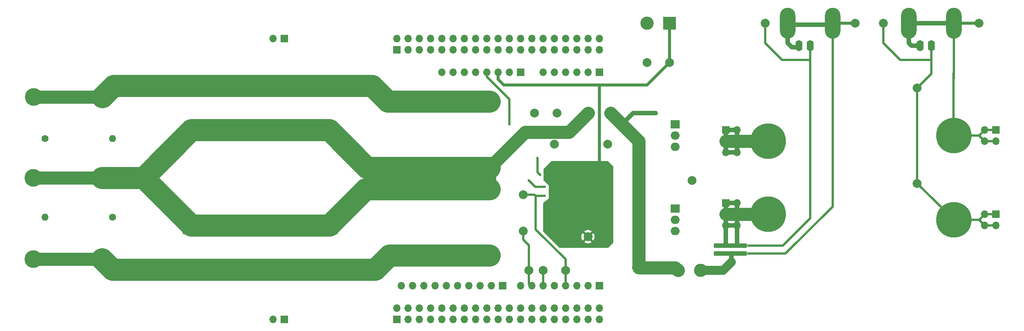
<source format=gbr>
%TF.GenerationSoftware,KiCad,Pcbnew,8.0.8*%
%TF.CreationDate,2025-01-31T18:41:33-06:00*%
%TF.ProjectId,ST2402,53543234-3032-42e6-9b69-6361645f7063,0*%
%TF.SameCoordinates,Original*%
%TF.FileFunction,Copper,L2,Bot*%
%TF.FilePolarity,Positive*%
%FSLAX46Y46*%
G04 Gerber Fmt 4.6, Leading zero omitted, Abs format (unit mm)*
G04 Created by KiCad (PCBNEW 8.0.8) date 2025-01-31 18:41:33*
%MOMM*%
%LPD*%
G01*
G04 APERTURE LIST*
G04 Aperture macros list*
%AMRoundRect*
0 Rectangle with rounded corners*
0 $1 Rounding radius*
0 $2 $3 $4 $5 $6 $7 $8 $9 X,Y pos of 4 corners*
0 Add a 4 corners polygon primitive as box body*
4,1,4,$2,$3,$4,$5,$6,$7,$8,$9,$2,$3,0*
0 Add four circle primitives for the rounded corners*
1,1,$1+$1,$2,$3*
1,1,$1+$1,$4,$5*
1,1,$1+$1,$6,$7*
1,1,$1+$1,$8,$9*
0 Add four rect primitives between the rounded corners*
20,1,$1+$1,$2,$3,$4,$5,0*
20,1,$1+$1,$4,$5,$6,$7,0*
20,1,$1+$1,$6,$7,$8,$9,0*
20,1,$1+$1,$8,$9,$2,$3,0*%
G04 Aperture macros list end*
%TA.AperFunction,ComponentPad*%
%ADD10C,2.000000*%
%TD*%
%TA.AperFunction,ComponentPad*%
%ADD11R,1.700000X1.700000*%
%TD*%
%TA.AperFunction,ComponentPad*%
%ADD12O,1.700000X1.700000*%
%TD*%
%TA.AperFunction,ComponentPad*%
%ADD13C,2.400000*%
%TD*%
%TA.AperFunction,ComponentPad*%
%ADD14R,2.000000X1.905000*%
%TD*%
%TA.AperFunction,ComponentPad*%
%ADD15O,2.000000X1.905000*%
%TD*%
%TA.AperFunction,ComponentPad*%
%ADD16C,8.000000*%
%TD*%
%TA.AperFunction,ComponentPad*%
%ADD17C,3.000000*%
%TD*%
%TA.AperFunction,ComponentPad*%
%ADD18R,3.000000X3.000000*%
%TD*%
%TA.AperFunction,ComponentPad*%
%ADD19O,3.500000X7.000000*%
%TD*%
%TA.AperFunction,ComponentPad*%
%ADD20O,1.600000X2.500000*%
%TD*%
%TA.AperFunction,ComponentPad*%
%ADD21C,1.600000*%
%TD*%
%TA.AperFunction,ComponentPad*%
%ADD22O,1.600000X1.600000*%
%TD*%
%TA.AperFunction,ComponentPad*%
%ADD23R,4.000000X4.000000*%
%TD*%
%TA.AperFunction,ComponentPad*%
%ADD24C,4.000000*%
%TD*%
%TA.AperFunction,SMDPad,CuDef*%
%ADD25RoundRect,0.250000X0.450000X-0.262500X0.450000X0.262500X-0.450000X0.262500X-0.450000X-0.262500X0*%
%TD*%
%TA.AperFunction,ViaPad*%
%ADD26C,0.600000*%
%TD*%
%TA.AperFunction,ViaPad*%
%ADD27C,2.000000*%
%TD*%
%TA.AperFunction,Conductor*%
%ADD28C,0.500000*%
%TD*%
%TA.AperFunction,Conductor*%
%ADD29C,0.700000*%
%TD*%
%TA.AperFunction,Conductor*%
%ADD30C,5.000000*%
%TD*%
%TA.AperFunction,Conductor*%
%ADD31C,0.400000*%
%TD*%
%TA.AperFunction,Conductor*%
%ADD32C,3.000000*%
%TD*%
%TA.AperFunction,Conductor*%
%ADD33C,1.000000*%
%TD*%
%TA.AperFunction,Conductor*%
%ADD34C,2.000000*%
%TD*%
G04 APERTURE END LIST*
D10*
%TO.P,F2,1*%
%TO.N,FIX_B*%
X165735000Y-82550000D03*
%TO.P,F2,2*%
%TO.N,Net-(J16-Pin_1)*%
X160655000Y-82540000D03*
%TD*%
D11*
%TO.P,J11,1,Pin_1*%
%TO.N,Net-(J11-Pin_1)*%
X252750000Y-105430000D03*
D12*
%TO.P,J11,2,Pin_2*%
X250210000Y-105430000D03*
%TO.P,J11,3,Pin_3*%
X252750000Y-107970000D03*
%TO.P,J11,4,Pin_4*%
X250210000Y-107970000D03*
%TD*%
D13*
%TO.P,C16,1*%
%TO.N,Net-(J15-Pin_1)*%
X138430000Y-79890000D03*
%TO.P,C16,2*%
%TO.N,Net-(J16-Pin_1)*%
X138430000Y-94890000D03*
%TD*%
D10*
%TO.P,TP3,1,1*%
%TO.N,PWM*%
X147320000Y-118110000D03*
%TD*%
D14*
%TO.P,Q1,1,G*%
%TO.N,Net-(D1-A)*%
X180340000Y-85090000D03*
D15*
%TO.P,Q1,2,D*%
%TO.N,Net-(Q1-D)*%
X180340000Y-87630000D03*
%TO.P,Q1,3,S*%
%TO.N,FIX_A*%
X180340000Y-90170000D03*
%TD*%
D11*
%TO.P,J22,1,Pin_1*%
%TO.N,Net-(J19-In)*%
X191765000Y-102885000D03*
D12*
%TO.P,J22,2,Pin_2*%
X194305000Y-102885000D03*
%TO.P,J22,3,Pin_3*%
X191765000Y-105425000D03*
%TO.P,J22,4,Pin_4*%
X194305000Y-105425000D03*
%TO.P,J22,5,Pin_5*%
X191765000Y-107965000D03*
%TO.P,J22,6,Pin_6*%
X194305000Y-107965000D03*
%TD*%
D11*
%TO.P,J2,1,Pin_1*%
%TO.N,unconnected-(J2-Pin_1-Pad1)*%
X117475000Y-68275000D03*
D12*
%TO.P,J2,2,Pin_2*%
%TO.N,unconnected-(J2-Pin_2-Pad2)*%
X117475000Y-65735000D03*
%TO.P,J2,3,Pin_3*%
%TO.N,unconnected-(J2-Pin_3-Pad3)*%
X120015000Y-68275000D03*
%TO.P,J2,4,Pin_4*%
%TO.N,unconnected-(J2-Pin_4-Pad4)*%
X120015000Y-65735000D03*
%TO.P,J2,5,Pin_5*%
%TO.N,unconnected-(J2-Pin_5-Pad5)*%
X122555000Y-68275000D03*
%TO.P,J2,6,Pin_6*%
%TO.N,unconnected-(J2-Pin_6-Pad6)*%
X122555000Y-65735000D03*
%TO.P,J2,7,Pin_7*%
%TO.N,unconnected-(J2-Pin_7-Pad7)*%
X125095000Y-68275000D03*
%TO.P,J2,8,Pin_8*%
%TO.N,unconnected-(J2-Pin_8-Pad8)*%
X125095000Y-65735000D03*
%TO.P,J2,9,Pin_9*%
%TO.N,unconnected-(J2-Pin_9-Pad9)*%
X127635000Y-68275000D03*
%TO.P,J2,10,Pin_10*%
%TO.N,unconnected-(J2-Pin_10-Pad10)*%
X127635000Y-65735000D03*
%TO.P,J2,11,Pin_11*%
%TO.N,unconnected-(J2-Pin_11-Pad11)*%
X130175000Y-68275000D03*
%TO.P,J2,12,Pin_12*%
%TO.N,unconnected-(J2-Pin_12-Pad12)*%
X130175000Y-65735000D03*
%TO.P,J2,13,Pin_13*%
%TO.N,unconnected-(J2-Pin_13-Pad13)*%
X132715000Y-68275000D03*
%TO.P,J2,14,Pin_14*%
%TO.N,unconnected-(J2-Pin_14-Pad14)*%
X132715000Y-65735000D03*
%TO.P,J2,15,Pin_15*%
%TO.N,unconnected-(J2-Pin_15-Pad15)*%
X135255000Y-68275000D03*
%TO.P,J2,16,Pin_16*%
%TO.N,unconnected-(J2-Pin_16-Pad16)*%
X135255000Y-65735000D03*
%TO.P,J2,17,Pin_17*%
%TO.N,unconnected-(J2-Pin_17-Pad17)*%
X137795000Y-68275000D03*
%TO.P,J2,18,Pin_18*%
%TO.N,unconnected-(J2-Pin_18-Pad18)*%
X137795000Y-65735000D03*
%TO.P,J2,19,Pin_19*%
%TO.N,unconnected-(J2-Pin_19-Pad19)*%
X140335000Y-68275000D03*
%TO.P,J2,20,Pin_20*%
%TO.N,unconnected-(J2-Pin_20-Pad20)*%
X140335000Y-65735000D03*
%TO.P,J2,21,Pin_21*%
%TO.N,unconnected-(J2-Pin_21-Pad21)*%
X142875000Y-68275000D03*
%TO.P,J2,22,Pin_22*%
%TO.N,unconnected-(J2-Pin_22-Pad22)*%
X142875000Y-65735000D03*
%TO.P,J2,23,Pin_23*%
%TO.N,unconnected-(J2-Pin_23-Pad23)*%
X145415000Y-68275000D03*
%TO.P,J2,24,Pin_24*%
%TO.N,unconnected-(J2-Pin_24-Pad24)*%
X145415000Y-65735000D03*
%TO.P,J2,25,Pin_25*%
%TO.N,unconnected-(J2-Pin_25-Pad25)*%
X147955000Y-68275000D03*
%TO.P,J2,26,Pin_26*%
%TO.N,unconnected-(J2-Pin_26-Pad26)*%
X147955000Y-65735000D03*
%TO.P,J2,27,Pin_27*%
%TO.N,unconnected-(J2-Pin_27-Pad27)*%
X150495000Y-68275000D03*
%TO.P,J2,28,Pin_28*%
%TO.N,unconnected-(J2-Pin_28-Pad28)*%
X150495000Y-65735000D03*
%TO.P,J2,29,Pin_29*%
%TO.N,unconnected-(J2-Pin_29-Pad29)*%
X153035000Y-68275000D03*
%TO.P,J2,30,Pin_30*%
%TO.N,unconnected-(J2-Pin_30-Pad30)*%
X153035000Y-65735000D03*
%TO.P,J2,31,Pin_31*%
%TO.N,unconnected-(J2-Pin_31-Pad31)*%
X155575000Y-68275000D03*
%TO.P,J2,32,Pin_32*%
%TO.N,unconnected-(J2-Pin_32-Pad32)*%
X155575000Y-65735000D03*
%TO.P,J2,33,Pin_33*%
%TO.N,unconnected-(J2-Pin_33-Pad33)*%
X158115000Y-68275000D03*
%TO.P,J2,34,Pin_34*%
%TO.N,unconnected-(J2-Pin_34-Pad34)*%
X158115000Y-65735000D03*
%TO.P,J2,35,Pin_35*%
%TO.N,unconnected-(J2-Pin_35-Pad35)*%
X160655000Y-68275000D03*
%TO.P,J2,36,Pin_36*%
%TO.N,unconnected-(J2-Pin_36-Pad36)*%
X160655000Y-65735000D03*
%TO.P,J2,37,Pin_37*%
%TO.N,unconnected-(J2-Pin_37-Pad37)*%
X163195000Y-68275000D03*
%TO.P,J2,38,Pin_38*%
%TO.N,unconnected-(J2-Pin_38-Pad38)*%
X163195000Y-65735000D03*
%TD*%
D11*
%TO.P,J12,1,Pin_1*%
%TO.N,Net-(J12-Pin_1)*%
X252750000Y-86380000D03*
D12*
%TO.P,J12,2,Pin_2*%
X250210000Y-86380000D03*
%TO.P,J12,3,Pin_3*%
X252750000Y-88920000D03*
%TO.P,J12,4,Pin_4*%
X250210000Y-88920000D03*
%TD*%
D11*
%TO.P,J4,1,Pin_1*%
%TO.N,unconnected-(J4-Pin_1-Pad1)*%
X145415000Y-73355000D03*
D12*
%TO.P,J4,2,Pin_2*%
%TO.N,unconnected-(J4-Pin_2-Pad2)*%
X142875000Y-73355000D03*
%TO.P,J4,3,Pin_3*%
%TO.N,GND*%
X140335000Y-73355000D03*
%TO.P,J4,4,Pin_4*%
%TO.N,5V*%
X137795000Y-73355000D03*
%TO.P,J4,5,Pin_5*%
%TO.N,unconnected-(J4-Pin_5-Pad5)*%
X135255000Y-73355000D03*
%TO.P,J4,6,Pin_6*%
%TO.N,unconnected-(J4-Pin_6-Pad6)*%
X132715000Y-73355000D03*
%TO.P,J4,7,Pin_7*%
%TO.N,unconnected-(J4-Pin_7-Pad7)*%
X130175000Y-73355000D03*
%TO.P,J4,8,Pin_8*%
%TO.N,unconnected-(J4-Pin_8-Pad8)*%
X127635000Y-73355000D03*
%TD*%
D16*
%TO.P,TP18,1,1*%
%TO.N,Net-(J12-Pin_1)*%
X243205000Y-87630000D03*
%TD*%
D17*
%TO.P,J14,1,Pin_1*%
%TO.N,FIX_B*%
X180975000Y-118110000D03*
%TD*%
D18*
%TO.P,J9,1,Pin_1*%
%TO.N,GND*%
X179070000Y-62230000D03*
D17*
%TO.P,J9,2,Pin_2*%
%TO.N,Net-(J9-Pin_2)*%
X173990000Y-62230000D03*
%TD*%
D13*
%TO.P,C12,1*%
%TO.N,Net-(J15-Pin_1)*%
X126365000Y-79890000D03*
%TO.P,C12,2*%
%TO.N,Net-(J16-Pin_1)*%
X126365000Y-94890000D03*
%TD*%
D10*
%TO.P,TP6,1,1*%
%TO.N,FIX_A*%
X184150000Y-97790000D03*
%TD*%
%TO.P,F1,1*%
%TO.N,Net-(Q1-D)*%
X153670000Y-82560000D03*
%TO.P,F1,2*%
%TO.N,Net-(J15-Pin_1)*%
X148590000Y-82550000D03*
%TD*%
D19*
%TO.P,J19,2,Ext*%
%TO.N,Net-(J18-Pin_1)*%
X215900000Y-62230000D03*
D20*
X208280000Y-67310000D03*
D19*
X205740000Y-62230000D03*
D20*
%TO.P,J19,1,In*%
%TO.N,Net-(J19-In)*%
X210820000Y-67310000D03*
%TD*%
D21*
%TO.P,R9,1*%
%TO.N,Net-(J15-Pin_1)*%
X38100000Y-88265000D03*
D22*
%TO.P,R9,2*%
%TO.N,Net-(J16-Pin_1)*%
X53340000Y-88265000D03*
%TD*%
D19*
%TO.P,J13,2,Ext*%
%TO.N,Net-(J12-Pin_1)*%
X243205000Y-62230000D03*
D20*
X235585000Y-67310000D03*
D19*
X233045000Y-62230000D03*
D20*
%TO.P,J13,1,In*%
%TO.N,Net-(J11-Pin_1)*%
X238125000Y-67310000D03*
%TD*%
D16*
%TO.P,TP17,1,1*%
%TO.N,Net-(J19-In)*%
X201295000Y-105410000D03*
%TD*%
D10*
%TO.P,TP14,1,1*%
%TO.N,Net-(J19-In)*%
X200660000Y-62230000D03*
%TD*%
D23*
%TO.P,C14,1*%
%TO.N,Net-(J16-Pin_1)*%
X102235000Y-107950000D03*
D24*
%TO.P,C14,2*%
%TO.N,GND*%
X102235000Y-117950000D03*
%TD*%
D11*
%TO.P,J1,1,Pin_1*%
%TO.N,unconnected-(J1-Pin_1-Pad1)*%
X117475000Y-129185000D03*
D12*
%TO.P,J1,2,Pin_2*%
%TO.N,unconnected-(J1-Pin_2-Pad2)*%
X117475000Y-126645000D03*
%TO.P,J1,3,Pin_3*%
%TO.N,unconnected-(J1-Pin_3-Pad3)*%
X120015000Y-129185000D03*
%TO.P,J1,4,Pin_4*%
%TO.N,unconnected-(J1-Pin_4-Pad4)*%
X120015000Y-126645000D03*
%TO.P,J1,5,Pin_5*%
%TO.N,unconnected-(J1-Pin_5-Pad5)*%
X122555000Y-129185000D03*
%TO.P,J1,6,Pin_6*%
%TO.N,unconnected-(J1-Pin_6-Pad6)*%
X122555000Y-126645000D03*
%TO.P,J1,7,Pin_7*%
%TO.N,unconnected-(J1-Pin_7-Pad7)*%
X125095000Y-129185000D03*
%TO.P,J1,8,Pin_8*%
%TO.N,unconnected-(J1-Pin_8-Pad8)*%
X125095000Y-126645000D03*
%TO.P,J1,9,Pin_9*%
%TO.N,unconnected-(J1-Pin_9-Pad9)*%
X127635000Y-129185000D03*
%TO.P,J1,10,Pin_10*%
%TO.N,unconnected-(J1-Pin_10-Pad10)*%
X127635000Y-126645000D03*
%TO.P,J1,11,Pin_11*%
%TO.N,unconnected-(J1-Pin_11-Pad11)*%
X130175000Y-129185000D03*
%TO.P,J1,12,Pin_12*%
%TO.N,unconnected-(J1-Pin_12-Pad12)*%
X130175000Y-126645000D03*
%TO.P,J1,13,Pin_13*%
%TO.N,unconnected-(J1-Pin_13-Pad13)*%
X132715000Y-129185000D03*
%TO.P,J1,14,Pin_14*%
%TO.N,unconnected-(J1-Pin_14-Pad14)*%
X132715000Y-126645000D03*
%TO.P,J1,15,Pin_15*%
%TO.N,unconnected-(J1-Pin_15-Pad15)*%
X135255000Y-129185000D03*
%TO.P,J1,16,Pin_16*%
%TO.N,unconnected-(J1-Pin_16-Pad16)*%
X135255000Y-126645000D03*
%TO.P,J1,17,Pin_17*%
%TO.N,unconnected-(J1-Pin_17-Pad17)*%
X137795000Y-129185000D03*
%TO.P,J1,18,Pin_18*%
%TO.N,unconnected-(J1-Pin_18-Pad18)*%
X137795000Y-126645000D03*
%TO.P,J1,19,Pin_19*%
%TO.N,unconnected-(J1-Pin_19-Pad19)*%
X140335000Y-129185000D03*
%TO.P,J1,20,Pin_20*%
%TO.N,unconnected-(J1-Pin_20-Pad20)*%
X140335000Y-126645000D03*
%TO.P,J1,21,Pin_21*%
%TO.N,unconnected-(J1-Pin_21-Pad21)*%
X142875000Y-129185000D03*
%TO.P,J1,22,Pin_22*%
%TO.N,unconnected-(J1-Pin_22-Pad22)*%
X142875000Y-126645000D03*
%TO.P,J1,23,Pin_23*%
%TO.N,unconnected-(J1-Pin_23-Pad23)*%
X145415000Y-129185000D03*
%TO.P,J1,24,Pin_24*%
%TO.N,unconnected-(J1-Pin_24-Pad24)*%
X145415000Y-126645000D03*
%TO.P,J1,25,Pin_25*%
%TO.N,unconnected-(J1-Pin_25-Pad25)*%
X147955000Y-129185000D03*
%TO.P,J1,26,Pin_26*%
%TO.N,unconnected-(J1-Pin_26-Pad26)*%
X147955000Y-126645000D03*
%TO.P,J1,27,Pin_27*%
%TO.N,unconnected-(J1-Pin_27-Pad27)*%
X150495000Y-129185000D03*
%TO.P,J1,28,Pin_28*%
%TO.N,unconnected-(J1-Pin_28-Pad28)*%
X150495000Y-126645000D03*
%TO.P,J1,29,Pin_29*%
%TO.N,unconnected-(J1-Pin_29-Pad29)*%
X153035000Y-129185000D03*
%TO.P,J1,30,Pin_30*%
%TO.N,unconnected-(J1-Pin_30-Pad30)*%
X153035000Y-126645000D03*
%TO.P,J1,31,Pin_31*%
%TO.N,unconnected-(J1-Pin_31-Pad31)*%
X155575000Y-129185000D03*
%TO.P,J1,32,Pin_32*%
%TO.N,unconnected-(J1-Pin_32-Pad32)*%
X155575000Y-126645000D03*
%TO.P,J1,33,Pin_33*%
%TO.N,unconnected-(J1-Pin_33-Pad33)*%
X158115000Y-129185000D03*
%TO.P,J1,34,Pin_34*%
%TO.N,unconnected-(J1-Pin_34-Pad34)*%
X158115000Y-126645000D03*
%TO.P,J1,35,Pin_35*%
%TO.N,unconnected-(J1-Pin_35-Pad35)*%
X160655000Y-129185000D03*
%TO.P,J1,36,Pin_36*%
%TO.N,unconnected-(J1-Pin_36-Pad36)*%
X160655000Y-126645000D03*
%TO.P,J1,37,Pin_37*%
%TO.N,unconnected-(J1-Pin_37-Pad37)*%
X163195000Y-129185000D03*
%TO.P,J1,38,Pin_38*%
%TO.N,unconnected-(J1-Pin_38-Pad38)*%
X163195000Y-126645000D03*
%TD*%
D10*
%TO.P,TP12,1,1*%
%TO.N,GND*%
X179070000Y-71120000D03*
%TD*%
D23*
%TO.P,C10,1*%
%TO.N,Net-(J15-Pin_1)*%
X71120000Y-76360000D03*
D24*
%TO.P,C10,2*%
%TO.N,Net-(J16-Pin_1)*%
X71120000Y-86360000D03*
%TD*%
D11*
%TO.P,J8,1,Pin_1*%
%TO.N,unconnected-(J8-Pin_1-Pad1)*%
X92075000Y-65659000D03*
D12*
%TO.P,J8,2,Pin_2*%
%TO.N,unconnected-(J8-Pin_2-Pad2)*%
X89535000Y-65659000D03*
%TD*%
D10*
%TO.P,TP8,1,1*%
%TO.N,Net-(J9-Pin_2)*%
X173990000Y-71120000D03*
%TD*%
D11*
%TO.P,J6,1,Pin_1*%
%TO.N,unconnected-(J6-Pin_1-Pad1)*%
X141395000Y-121585000D03*
D12*
%TO.P,J6,2,Pin_2*%
%TO.N,unconnected-(J6-Pin_2-Pad2)*%
X138855000Y-121585000D03*
%TO.P,J6,3,Pin_3*%
%TO.N,unconnected-(J6-Pin_3-Pad3)*%
X136315000Y-121585000D03*
%TO.P,J6,4,Pin_4*%
%TO.N,unconnected-(J6-Pin_4-Pad4)*%
X133775000Y-121585000D03*
%TO.P,J6,5,Pin_5*%
%TO.N,unconnected-(J6-Pin_5-Pad5)*%
X131235000Y-121585000D03*
%TO.P,J6,6,Pin_6*%
%TO.N,unconnected-(J6-Pin_6-Pad6)*%
X128695000Y-121585000D03*
%TO.P,J6,7,Pin_7*%
%TO.N,unconnected-(J6-Pin_7-Pad7)*%
X126155000Y-121585000D03*
%TO.P,J6,8,Pin_8*%
%TO.N,unconnected-(J6-Pin_8-Pad8)*%
X123615000Y-121585000D03*
%TO.P,J6,9,Pin_9*%
%TO.N,unconnected-(J6-Pin_9-Pad9)*%
X121075000Y-121585000D03*
%TO.P,J6,10,Pin_10*%
%TO.N,unconnected-(J6-Pin_10-Pad10)*%
X118535000Y-121585000D03*
%TD*%
D10*
%TO.P,TP5,1,1*%
%TO.N,SD*%
X146050000Y-100965000D03*
%TD*%
%TO.P,TP2,1,1*%
%TO.N,Net-(J3-Pin_6)*%
X150495000Y-118110000D03*
%TD*%
%TO.P,TP4,1,1*%
%TO.N,PWM*%
X146050000Y-109220000D03*
%TD*%
%TO.P,TP9,1,1*%
%TO.N,Net-(U1-IN)*%
X153035000Y-89535000D03*
%TD*%
D17*
%TO.P,J18,1,Pin_1*%
%TO.N,Net-(J18-Pin_1)*%
X186055000Y-118110000D03*
%TD*%
D24*
%TO.P,J16,1,Pin_1*%
%TO.N,Net-(J16-Pin_1)*%
X50930000Y-97155000D03*
X35430000Y-97155000D03*
%TD*%
D10*
%TO.P,TP7,1,1*%
%TO.N,Net-(D3-K)*%
X165100000Y-89535000D03*
%TD*%
%TO.P,TP11,1,1*%
%TO.N,GND*%
X160655000Y-110490000D03*
%TD*%
D14*
%TO.P,Q2,1,G*%
%TO.N,Net-(D2-A)*%
X180340000Y-104140000D03*
D15*
%TO.P,Q2,2,D*%
%TO.N,FIX_A*%
X180340000Y-106680000D03*
%TO.P,Q2,3,S*%
%TO.N,GND*%
X180340000Y-109220000D03*
%TD*%
D11*
%TO.P,J5,1,Pin_1*%
%TO.N,unconnected-(J5-Pin_1-Pad1)*%
X163195000Y-73355000D03*
D12*
%TO.P,J5,2,Pin_2*%
%TO.N,unconnected-(J5-Pin_2-Pad2)*%
X160655000Y-73355000D03*
%TO.P,J5,3,Pin_3*%
%TO.N,unconnected-(J5-Pin_3-Pad3)*%
X158115000Y-73355000D03*
%TO.P,J5,4,Pin_4*%
%TO.N,unconnected-(J5-Pin_4-Pad4)*%
X155575000Y-73355000D03*
%TO.P,J5,5,Pin_5*%
%TO.N,unconnected-(J5-Pin_5-Pad5)*%
X153035000Y-73355000D03*
%TO.P,J5,6,Pin_6*%
%TO.N,unconnected-(J5-Pin_6-Pad6)*%
X150495000Y-73355000D03*
%TD*%
D10*
%TO.P,TP1,1,1*%
%TO.N,SD*%
X155575000Y-118110000D03*
%TD*%
D16*
%TO.P,TP16,1,1*%
%TO.N,FIX_A*%
X201295000Y-88900000D03*
%TD*%
D21*
%TO.P,R10,1*%
%TO.N,Net-(J16-Pin_1)*%
X53340000Y-106045000D03*
D22*
%TO.P,R10,2*%
%TO.N,GND*%
X38100000Y-106045000D03*
%TD*%
D24*
%TO.P,J17,1,Pin_1*%
%TO.N,GND*%
X50930000Y-115570000D03*
X35430000Y-115570000D03*
%TD*%
%TO.P,J15,1,Pin_1*%
%TO.N,Net-(J15-Pin_1)*%
X51060000Y-78900000D03*
X35560000Y-78900000D03*
%TD*%
D10*
%TO.P,TP15,1,1*%
%TO.N,Net-(J18-Pin_1)*%
X220980000Y-62230000D03*
%TD*%
%TO.P,TP13,1,1*%
%TO.N,Net-(J12-Pin_1)*%
X248920000Y-62230000D03*
%TD*%
D13*
%TO.P,C17,1*%
%TO.N,Net-(J16-Pin_1)*%
X138430000Y-99695000D03*
%TO.P,C17,2*%
%TO.N,GND*%
X138430000Y-114695000D03*
%TD*%
D23*
%TO.P,C13,1*%
%TO.N,Net-(J16-Pin_1)*%
X71120000Y-107950000D03*
D24*
%TO.P,C13,2*%
%TO.N,GND*%
X71120000Y-117950000D03*
%TD*%
D11*
%TO.P,J7,1,Pin_1*%
%TO.N,unconnected-(J7-Pin_1-Pad1)*%
X92075000Y-129185000D03*
D12*
%TO.P,J7,2,Pin_2*%
%TO.N,unconnected-(J7-Pin_2-Pad2)*%
X89535000Y-129185000D03*
%TD*%
D13*
%TO.P,C15,1*%
%TO.N,Net-(J16-Pin_1)*%
X126365000Y-99695000D03*
%TO.P,C15,2*%
%TO.N,GND*%
X126365000Y-114695000D03*
%TD*%
D11*
%TO.P,J3,1,Pin_1*%
%TO.N,unconnected-(J3-Pin_1-Pad1)*%
X163195000Y-121585000D03*
D12*
%TO.P,J3,2,Pin_2*%
%TO.N,unconnected-(J3-Pin_2-Pad2)*%
X160655000Y-121585000D03*
%TO.P,J3,3,Pin_3*%
%TO.N,unconnected-(J3-Pin_3-Pad3)*%
X158115000Y-121585000D03*
%TO.P,J3,4,Pin_4*%
%TO.N,SD*%
X155575000Y-121585000D03*
%TO.P,J3,5,Pin_5*%
%TO.N,unconnected-(J3-Pin_5-Pad5)*%
X153035000Y-121585000D03*
%TO.P,J3,6,Pin_6*%
%TO.N,Net-(J3-Pin_6)*%
X150495000Y-121585000D03*
%TO.P,J3,7,Pin_7*%
%TO.N,PWM*%
X147955000Y-121585000D03*
%TO.P,J3,8,Pin_8*%
%TO.N,unconnected-(J3-Pin_8-Pad8)*%
X145415000Y-121585000D03*
%TD*%
D11*
%TO.P,J21,1,Pin_1*%
%TO.N,FIX_A*%
X191770000Y-86360000D03*
D12*
%TO.P,J21,2,Pin_2*%
X194310000Y-86360000D03*
%TO.P,J21,3,Pin_3*%
X191770000Y-88900000D03*
%TO.P,J21,4,Pin_4*%
X194310000Y-88900000D03*
%TO.P,J21,5,Pin_5*%
X191770000Y-91440000D03*
%TO.P,J21,6,Pin_6*%
X194310000Y-91440000D03*
%TD*%
D16*
%TO.P,TP19,1,1*%
%TO.N,Net-(J11-Pin_1)*%
X243205000Y-106680000D03*
%TD*%
D10*
%TO.P,TP10,1,1*%
%TO.N,Net-(J11-Pin_1)*%
X227330000Y-62230000D03*
%TD*%
D23*
%TO.P,C11,1*%
%TO.N,Net-(J15-Pin_1)*%
X102235000Y-76360000D03*
D24*
%TO.P,C11,2*%
%TO.N,Net-(J16-Pin_1)*%
X102235000Y-86360000D03*
%TD*%
D25*
%TO.P,R5,1*%
%TO.N,Net-(J18-Pin_1)*%
X189738000Y-114300000D03*
%TO.P,R5,2*%
%TO.N,Net-(J19-In)*%
X189738000Y-112475000D03*
%TD*%
%TO.P,R6,1*%
%TO.N,Net-(J18-Pin_1)*%
X191770000Y-114300000D03*
%TO.P,R6,2*%
%TO.N,Net-(J19-In)*%
X191770000Y-112475000D03*
%TD*%
%TO.P,R8,1*%
%TO.N,Net-(J18-Pin_1)*%
X195818000Y-114300000D03*
%TO.P,R8,2*%
%TO.N,Net-(J19-In)*%
X195818000Y-112475000D03*
%TD*%
%TO.P,R7,1*%
%TO.N,Net-(J18-Pin_1)*%
X193802000Y-114300000D03*
%TO.P,R7,2*%
%TO.N,Net-(J19-In)*%
X193802000Y-112475000D03*
%TD*%
D26*
%TO.N,5V*%
X150876000Y-99187000D03*
X147320000Y-97790000D03*
X142875000Y-85090000D03*
%TO.N,GND*%
X150895000Y-105220000D03*
X155145000Y-109220000D03*
X156895000Y-102470000D03*
X150895000Y-103220000D03*
X150895000Y-107220000D03*
X150895000Y-97220000D03*
X155145000Y-111970000D03*
X156895000Y-99970000D03*
X155145000Y-110970000D03*
X154940000Y-101220000D03*
%TO.N,Net-(J9-Pin_2)*%
X149225000Y-92710000D03*
X149860000Y-96520000D03*
%TO.N,SD*%
X150876000Y-101219000D03*
%TO.N,FIX_B*%
X170815000Y-82550000D03*
X175260000Y-117475000D03*
X175260000Y-82550000D03*
X174625000Y-117475000D03*
X175895000Y-82550000D03*
X171450000Y-117475000D03*
X175895000Y-117475000D03*
X174625000Y-82550000D03*
X172085000Y-117475000D03*
X171450000Y-82550000D03*
X172085000Y-82550000D03*
X170815000Y-117475000D03*
D27*
%TO.N,Net-(J11-Pin_1)*%
X234950000Y-98425000D03*
X234950000Y-76835000D03*
D26*
%TO.N,Net-(J18-Pin_1)*%
X197485000Y-114300000D03*
X196850000Y-114300000D03*
%TO.N,Net-(J19-In)*%
X197485000Y-112475000D03*
X196850000Y-112475000D03*
%TD*%
D28*
%TO.N,5V*%
X150876000Y-99187000D02*
X148717000Y-99187000D01*
X148717000Y-99187000D02*
X147320000Y-97790000D01*
X142875000Y-79375000D02*
X142875000Y-85090000D01*
X137795000Y-73355000D02*
X137795000Y-74295000D01*
X137795000Y-74295000D02*
X142875000Y-79375000D01*
%TO.N,GND*%
X150895000Y-107220000D02*
X153885000Y-107220000D01*
D29*
X179070000Y-71120000D02*
X173990000Y-76200000D01*
D28*
X156895000Y-99970000D02*
X156895000Y-100965000D01*
D29*
X179070000Y-62230000D02*
X179070000Y-71120000D01*
D30*
X112555000Y-117950000D02*
X115810000Y-114695000D01*
D29*
X140335000Y-74930000D02*
X141605000Y-76200000D01*
X140335000Y-73355000D02*
X140335000Y-74930000D01*
D28*
X156895000Y-103505000D02*
X156895000Y-105410000D01*
X156895000Y-100965000D02*
X156895000Y-102470000D01*
X156895000Y-102470000D02*
X156895000Y-103505000D01*
X154080000Y-97155000D02*
X156895000Y-99970000D01*
X153885000Y-107220000D02*
X155145000Y-108480000D01*
X156405000Y-107220000D02*
X156895000Y-106730000D01*
D30*
X71120000Y-117950000D02*
X53310000Y-117950000D01*
D28*
X151700000Y-97220000D02*
X151765000Y-97155000D01*
X150895000Y-105220000D02*
X156705000Y-105220000D01*
D30*
X102235000Y-117950000D02*
X112555000Y-117950000D01*
D31*
X154940000Y-101220000D02*
X156640000Y-101220000D01*
D28*
X156705000Y-105220000D02*
X156895000Y-105410000D01*
D29*
X163195000Y-94615000D02*
X157840000Y-99970000D01*
D28*
X155145000Y-108480000D02*
X156895000Y-106730000D01*
D29*
X163195000Y-76200000D02*
X163195000Y-94615000D01*
D28*
X151765000Y-97155000D02*
X154080000Y-97155000D01*
D31*
X156640000Y-101220000D02*
X156895000Y-100965000D01*
D29*
X163195000Y-76200000D02*
X173990000Y-76200000D01*
D28*
X156895000Y-106730000D02*
X160655000Y-110490000D01*
D30*
X53310000Y-117950000D02*
X50930000Y-115570000D01*
D28*
X156610000Y-103220000D02*
X156895000Y-103505000D01*
D29*
X157840000Y-99970000D02*
X156895000Y-99970000D01*
D28*
X150895000Y-103220000D02*
X156610000Y-103220000D01*
X155145000Y-111970000D02*
X155145000Y-108480000D01*
X156895000Y-105410000D02*
X156895000Y-106730000D01*
X150895000Y-97220000D02*
X151700000Y-97220000D01*
D30*
X102235000Y-117950000D02*
X71120000Y-117950000D01*
D32*
X50930000Y-115570000D02*
X35430000Y-115570000D01*
D30*
X115810000Y-114695000D02*
X138430000Y-114695000D01*
D29*
X141605000Y-76200000D02*
X163195000Y-76200000D01*
D28*
%TO.N,Net-(J9-Pin_2)*%
X149225000Y-92710000D02*
X149225000Y-95885000D01*
X149225000Y-95885000D02*
X149860000Y-96520000D01*
%TO.N,SD*%
X155575000Y-118110000D02*
X155565000Y-121636000D01*
X149098000Y-109093000D02*
X155575000Y-115570000D01*
X155575000Y-115570000D02*
X155575000Y-118110000D01*
X150876000Y-101219000D02*
X148844000Y-101219000D01*
X148844000Y-108839000D02*
X149098000Y-109093000D01*
X148844000Y-101219000D02*
X148590000Y-100965000D01*
X148590000Y-100965000D02*
X146050000Y-100965000D01*
X148844000Y-101219000D02*
X148844000Y-108839000D01*
D32*
%TO.N,FIX_A*%
X191770000Y-88900000D02*
X201168000Y-88900000D01*
D33*
X191770000Y-91440000D02*
X194310000Y-91440000D01*
X191770000Y-86360000D02*
X194310000Y-86360000D01*
X194310000Y-86360000D02*
X194310000Y-91440000D01*
X191770000Y-86360000D02*
X191770000Y-91440000D01*
D32*
%TO.N,FIX_B*%
X180340000Y-117475000D02*
X180975000Y-118110000D01*
D33*
X170815000Y-82550000D02*
X168275000Y-85090000D01*
X174625000Y-82550000D02*
X175260000Y-82550000D01*
D32*
X172085000Y-117475000D02*
X180340000Y-117475000D01*
D33*
X174625000Y-82550000D02*
X172085000Y-82550000D01*
D32*
X165735000Y-82550000D02*
X172085000Y-88900000D01*
D33*
X172085000Y-82550000D02*
X170815000Y-82550000D01*
D32*
X172085000Y-88900000D02*
X172085000Y-117475000D01*
D33*
X175260000Y-82550000D02*
X175895000Y-82550000D01*
D28*
%TO.N,Net-(J11-Pin_1)*%
X248960000Y-106720000D02*
X250210000Y-107970000D01*
X248960000Y-106680000D02*
X248960000Y-106720000D01*
X227330000Y-66675000D02*
X231140000Y-70485000D01*
X238125000Y-67310000D02*
X238125000Y-73660000D01*
X243332000Y-106680000D02*
X248960000Y-106680000D01*
X234950000Y-98425000D02*
X243332000Y-106680000D01*
X231140000Y-70485000D02*
X238142597Y-70485000D01*
X250210000Y-107970000D02*
X252750000Y-107970000D01*
X238125000Y-73660000D02*
X234950000Y-76835000D01*
X248960000Y-106680000D02*
X250210000Y-105430000D01*
X234950000Y-76835000D02*
X234950000Y-98425000D01*
X250210000Y-105430000D02*
X252750000Y-105430000D01*
X227330000Y-62230000D02*
X227330000Y-66675000D01*
%TO.N,PWM*%
X146050000Y-109220000D02*
X146050000Y-111125000D01*
X147310000Y-121255000D02*
X147955000Y-121900000D01*
X147320000Y-118110000D02*
X147310000Y-121255000D01*
X146050000Y-111125000D02*
X147320000Y-112395000D01*
X147320000Y-112395000D02*
X147320000Y-118110000D01*
D30*
%TO.N,Net-(J16-Pin_1)*%
X60325000Y-97155000D02*
X71120000Y-107950000D01*
X60325000Y-97155000D02*
X50930000Y-97155000D01*
X138430000Y-99695000D02*
X110490000Y-99695000D01*
X60325000Y-97155000D02*
X71120000Y-86360000D01*
D32*
X146485000Y-86835000D02*
X156360000Y-86835000D01*
D30*
X110765000Y-94890000D02*
X102235000Y-86360000D01*
D32*
X156360000Y-86835000D02*
X160655000Y-82540000D01*
X138430000Y-99695000D02*
X138430000Y-94890000D01*
X138430000Y-99695000D02*
X138430000Y-97997944D01*
X35430000Y-97155000D02*
X50930000Y-97155000D01*
D30*
X102235000Y-107950000D02*
X71120000Y-107950000D01*
X110490000Y-99695000D02*
X102235000Y-107950000D01*
X102235000Y-86360000D02*
X71120000Y-86360000D01*
X138430000Y-94890000D02*
X110765000Y-94890000D01*
D32*
X138430000Y-94890000D02*
X146485000Y-86835000D01*
D33*
%TO.N,Net-(J12-Pin_1)*%
X233045000Y-62230000D02*
X243205000Y-62230000D01*
X233045000Y-66675000D02*
X233045000Y-62230000D01*
D28*
X248960000Y-87630000D02*
X250210000Y-86380000D01*
X243205000Y-87630000D02*
X248920000Y-87630000D01*
X248920000Y-87630000D02*
X250210000Y-88920000D01*
D29*
X248920000Y-62230000D02*
X243185000Y-62230000D01*
D33*
X233680000Y-67310000D02*
X233045000Y-66675000D01*
D28*
X243205000Y-62230000D02*
X243185000Y-87610000D01*
D33*
X235585000Y-67310000D02*
X233680000Y-67310000D01*
D28*
X250210000Y-88920000D02*
X252750000Y-88920000D01*
X250210000Y-86380000D02*
X252750000Y-86380000D01*
X248920000Y-87630000D02*
X248960000Y-87630000D01*
X243185000Y-84860000D02*
X243205000Y-62230000D01*
D30*
%TO.N,Net-(J15-Pin_1)*%
X111920000Y-76360000D02*
X115450000Y-79890000D01*
X102235000Y-76360000D02*
X111920000Y-76360000D01*
X53600000Y-76360000D02*
X51060000Y-78900000D01*
X115450000Y-79890000D02*
X138430000Y-79890000D01*
D32*
X35560000Y-78900000D02*
X51060000Y-78900000D01*
D30*
X71120000Y-76360000D02*
X53600000Y-76360000D01*
X102235000Y-76360000D02*
X71120000Y-76360000D01*
D33*
%TO.N,Net-(J18-Pin_1)*%
X193040000Y-114300000D02*
X193040000Y-116205000D01*
X189738000Y-114300000D02*
X195818000Y-114300000D01*
D28*
X215845000Y-103687000D02*
X215900000Y-62540000D01*
X205232000Y-114300000D02*
X215845000Y-103687000D01*
D34*
X186055000Y-118110000D02*
X191135000Y-118110000D01*
D28*
X196850000Y-114300000D02*
X205232000Y-114300000D01*
D33*
X205740000Y-66675000D02*
X205740000Y-62540000D01*
D34*
X193040000Y-116205000D02*
X191135000Y-118110000D01*
D33*
X205740000Y-62540000D02*
X215900000Y-62540000D01*
X208280000Y-67620000D02*
X206685000Y-67620000D01*
X206685000Y-67620000D02*
X205740000Y-66675000D01*
D29*
X220980000Y-62230000D02*
X215845000Y-62230000D01*
D28*
%TO.N,Net-(J3-Pin_6)*%
X150495000Y-118110000D02*
X150485000Y-121636000D01*
D33*
%TO.N,Net-(J19-In)*%
X191765000Y-112470000D02*
X191770000Y-112475000D01*
X189738000Y-112475000D02*
X195818000Y-112475000D01*
D28*
X204470000Y-70485000D02*
X210820000Y-70485000D01*
X204644000Y-112475000D02*
X210820000Y-106299000D01*
D33*
X194305000Y-102885000D02*
X194305000Y-112470000D01*
D32*
X201153000Y-105425000D02*
X201168000Y-105410000D01*
D28*
X200660000Y-66675000D02*
X204470000Y-70485000D01*
D33*
X191765000Y-102885000D02*
X194305000Y-102885000D01*
X191765000Y-102885000D02*
X191765000Y-112470000D01*
D28*
X200660000Y-62230000D02*
X200660000Y-66675000D01*
D32*
X191765000Y-105425000D02*
X201153000Y-105425000D01*
D28*
X196850000Y-112475000D02*
X204644000Y-112475000D01*
D33*
X194305000Y-112470000D02*
X194310000Y-112475000D01*
X191765000Y-107965000D02*
X194305000Y-107965000D01*
D28*
X210820000Y-70485000D02*
X210820000Y-67310000D01*
X210820000Y-106299000D02*
X210820000Y-70485000D01*
%TD*%
%TA.AperFunction,Conductor*%
%TO.N,GND*%
G36*
X165115677Y-93364685D02*
G01*
X165136319Y-93381319D01*
X166333681Y-94578681D01*
X166367166Y-94640004D01*
X166370000Y-94666362D01*
X166370000Y-111708638D01*
X166350315Y-111775677D01*
X166333681Y-111796319D01*
X165136319Y-112993681D01*
X165074996Y-113027166D01*
X165048638Y-113030000D01*
X154230599Y-113030000D01*
X154163560Y-113010315D01*
X154141444Y-112992183D01*
X151722661Y-110489994D01*
X159149859Y-110489994D01*
X159149859Y-110490005D01*
X159170385Y-110737729D01*
X159170387Y-110737738D01*
X159231412Y-110978717D01*
X159331267Y-111206367D01*
X159431562Y-111359881D01*
X160172037Y-110619408D01*
X160189075Y-110682993D01*
X160254901Y-110797007D01*
X160347993Y-110890099D01*
X160462007Y-110955925D01*
X160525591Y-110972962D01*
X159784943Y-111713609D01*
X159831768Y-111750055D01*
X159831771Y-111750057D01*
X160050385Y-111868364D01*
X160050396Y-111868369D01*
X160285506Y-111949083D01*
X160530707Y-111990000D01*
X160779293Y-111990000D01*
X161024493Y-111949083D01*
X161259603Y-111868369D01*
X161259614Y-111868364D01*
X161478230Y-111750056D01*
X161478236Y-111750051D01*
X161525055Y-111713610D01*
X161525056Y-111713609D01*
X160784408Y-110972962D01*
X160847993Y-110955925D01*
X160962007Y-110890099D01*
X161055099Y-110797007D01*
X161120925Y-110682993D01*
X161137962Y-110619409D01*
X161878435Y-111359882D01*
X161978733Y-111206364D01*
X162078587Y-110978717D01*
X162139612Y-110737738D01*
X162139614Y-110737729D01*
X162160141Y-110490005D01*
X162160141Y-110489994D01*
X162139614Y-110242270D01*
X162139612Y-110242261D01*
X162078587Y-110001282D01*
X161978732Y-109773632D01*
X161878435Y-109620116D01*
X161137962Y-110360590D01*
X161120925Y-110297007D01*
X161055099Y-110182993D01*
X160962007Y-110089901D01*
X160847993Y-110024075D01*
X160784409Y-110007037D01*
X161525055Y-109266389D01*
X161525055Y-109266388D01*
X161478236Y-109229947D01*
X161478231Y-109229944D01*
X161259614Y-109111635D01*
X161259603Y-109111630D01*
X161024493Y-109030916D01*
X160779293Y-108990000D01*
X160530707Y-108990000D01*
X160285506Y-109030916D01*
X160050396Y-109111630D01*
X160050385Y-109111635D01*
X159831770Y-109229943D01*
X159784943Y-109266389D01*
X160525591Y-110007037D01*
X160462007Y-110024075D01*
X160347993Y-110089901D01*
X160254901Y-110182993D01*
X160189075Y-110297007D01*
X160172037Y-110360591D01*
X159431563Y-109620117D01*
X159331267Y-109773633D01*
X159331265Y-109773637D01*
X159231412Y-110001282D01*
X159170387Y-110242261D01*
X159170385Y-110242270D01*
X159149859Y-110489994D01*
X151722661Y-110489994D01*
X150529845Y-109256046D01*
X150497405Y-109194164D01*
X150495000Y-109169863D01*
X150495000Y-102928100D01*
X150514685Y-102861061D01*
X150539641Y-102832820D01*
X151765000Y-101812297D01*
X151765000Y-100203000D01*
X151765000Y-99848024D01*
X151765035Y-99845087D01*
X151786644Y-98933000D01*
X151786644Y-98932999D01*
X151075528Y-98235100D01*
X150659374Y-97826679D01*
X150625316Y-97765674D01*
X150622231Y-97737637D01*
X150626495Y-96773705D01*
X150633451Y-96733309D01*
X150645368Y-96699255D01*
X150665565Y-96520000D01*
X150645368Y-96340745D01*
X150635674Y-96313043D01*
X150628717Y-96271542D01*
X150633625Y-95162187D01*
X150653606Y-95095237D01*
X150669938Y-95075061D01*
X152363681Y-93381319D01*
X152425004Y-93347834D01*
X152451362Y-93345000D01*
X165048638Y-93345000D01*
X165115677Y-93364685D01*
G37*
%TD.AperFunction*%
%TD*%
M02*

</source>
